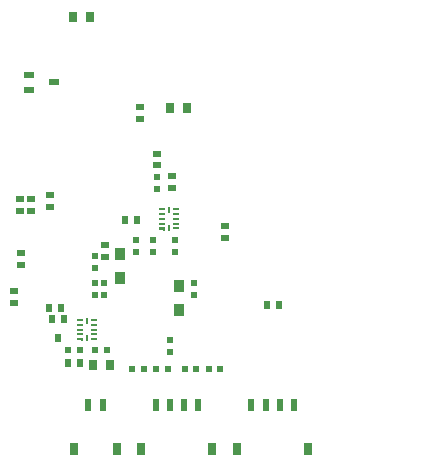
<source format=gbp>
%FSLAX25Y25*%
%MOIN*%
G70*
G01*
G75*
G04 Layer_Color=128*
%ADD10C,0.00787*%
%ADD11C,0.00591*%
%ADD12C,0.02362*%
%ADD13C,0.01575*%
%ADD14C,0.01181*%
%ADD15C,0.01000*%
%ADD16C,0.00984*%
%ADD17C,0.01969*%
%ADD18C,0.02756*%
%ADD19R,0.02165X0.03347*%
%ADD20R,0.01969X0.01969*%
%ADD21R,0.14961X0.03150*%
%ADD22R,0.03150X0.14961*%
%ADD23R,0.02362X0.02362*%
%ADD24C,0.03937*%
%ADD25R,0.02559X0.02362*%
%ADD26R,0.02362X0.02559*%
%ADD27R,0.03937X0.03150*%
%ADD28R,0.01969X0.02598*%
%ADD29R,0.02598X0.01969*%
%ADD30R,0.01181X0.05709*%
%ADD31R,0.05709X0.01181*%
%ADD32R,0.17520X0.17520*%
%ADD33R,0.03150X0.03543*%
%ADD34R,0.02362X0.02362*%
%ADD35R,0.02756X0.02362*%
%ADD36R,0.04331X0.01142*%
%ADD37R,0.06221X0.09252*%
%ADD38R,0.09449X0.07480*%
%ADD39R,0.07480X0.04331*%
%ADD40R,0.03937X0.03543*%
%ADD41R,0.04528X0.05709*%
%ADD42R,0.05709X0.04528*%
%ADD43R,0.03740X0.09055*%
%ADD44R,0.11811X0.05118*%
%ADD45R,0.02362X0.06102*%
%ADD46R,0.01142X0.05906*%
%ADD47R,0.05906X0.01142*%
%ADD48R,0.04724X0.05709*%
%ADD49R,0.02362X0.02756*%
%ADD50R,0.01142X0.04528*%
%ADD51R,0.04528X0.01142*%
%ADD52R,0.09843X0.09843*%
%ADD53C,0.01260*%
%ADD54R,0.04134X0.05118*%
%ADD55P,0.03341X4X180.0*%
%ADD56R,0.03150X0.03937*%
%ADD57R,0.05512X0.03937*%
%ADD58R,0.18898X0.03937*%
%ADD59R,0.01102X0.03150*%
%ADD60R,0.03150X0.01102*%
%ADD61C,0.00500*%
%ADD62C,0.01142*%
%ADD63C,0.03937*%
%ADD64R,0.12992X0.03937*%
%ADD65R,0.03937X0.12992*%
%ADD66R,0.08000X0.06900*%
%ADD67R,0.05100X0.04800*%
%ADD68R,0.05300X0.03600*%
%ADD69R,0.01800X0.02100*%
%ADD70R,0.11800X0.04200*%
%ADD71R,0.02200X0.11317*%
%ADD72R,0.06600X0.08100*%
%ADD73R,0.01900X0.04300*%
%ADD74R,0.04600X0.05600*%
%ADD75R,0.08200X0.06284*%
%ADD76R,0.05900X0.05500*%
%ADD77R,0.04961X0.03937*%
%ADD78R,0.15272X0.03937*%
%ADD79R,0.03937X0.07874*%
%ADD80R,0.09803X0.03937*%
%ADD81C,0.05906*%
%ADD82R,0.05906X0.05906*%
%ADD83C,0.01575*%
%ADD84C,0.03150*%
%ADD85R,0.55906X1.57480*%
%ADD86C,0.03150*%
%ADD87C,0.15748*%
G04:AMPARAMS|DCode=88|XSize=55.433mil|YSize=55.433mil|CornerRadius=0mil|HoleSize=0mil|Usage=FLASHONLY|Rotation=0.000|XOffset=0mil|YOffset=0mil|HoleType=Round|Shape=Relief|Width=5mil|Gap=5mil|Entries=4|*
%AMTHD88*
7,0,0,0.05543,0.04543,0.00500,45*
%
%ADD88THD88*%
%ADD89C,0.04724*%
G04:AMPARAMS|DCode=90|XSize=39.685mil|YSize=39.685mil|CornerRadius=0mil|HoleSize=0mil|Usage=FLASHONLY|Rotation=0.000|XOffset=0mil|YOffset=0mil|HoleType=Round|Shape=Relief|Width=5mil|Gap=5mil|Entries=4|*
%AMTHD90*
7,0,0,0.03969,0.02969,0.00500,45*
%
%ADD90THD90*%
G04:AMPARAMS|DCode=91|XSize=27.874mil|YSize=27.874mil|CornerRadius=0mil|HoleSize=0mil|Usage=FLASHONLY|Rotation=0.000|XOffset=0mil|YOffset=0mil|HoleType=Round|Shape=Relief|Width=5mil|Gap=5mil|Entries=4|*
%AMTHD91*
7,0,0,0.02787,0.01787,0.00500,45*
%
%ADD91THD91*%
%ADD92C,0.01969*%
%ADD93C,0.03937*%
%ADD94C,0.00800*%
%ADD95R,0.02362X0.00787*%
%ADD96R,0.00787X0.02362*%
%ADD97R,0.03347X0.02165*%
%ADD98R,0.02362X0.03937*%
%ADD99R,0.03740X0.03937*%
%ADD100R,0.02500X0.08400*%
%ADD101R,0.03000X0.02500*%
%ADD102R,0.01800X0.07300*%
%ADD103R,0.02300X0.10700*%
%ADD104R,0.02400X0.01800*%
%ADD105C,0.02000*%
%ADD106C,0.02500*%
%ADD107C,0.00600*%
%ADD108R,0.02600X0.02500*%
%ADD109R,0.00866X0.00866*%
%ADD110R,0.06299X0.02756*%
%ADD111R,0.02362X0.00984*%
%ADD112C,0.00000*%
%ADD113R,0.02565X0.03747*%
%ADD114R,0.02369X0.02369*%
%ADD115R,0.15361X0.03550*%
%ADD116R,0.03550X0.15361*%
%ADD117R,0.02762X0.02762*%
%ADD118C,0.07874*%
%ADD119R,0.02959X0.02762*%
%ADD120R,0.02762X0.02959*%
%ADD121R,0.04337X0.03550*%
%ADD122R,0.02369X0.02998*%
%ADD123R,0.02998X0.02369*%
%ADD124R,0.01581X0.06109*%
%ADD125R,0.06109X0.01581*%
%ADD126R,0.17920X0.17920*%
%ADD127R,0.03550X0.03943*%
%ADD128R,0.02762X0.02762*%
%ADD129R,0.03156X0.02762*%
%ADD130R,0.04731X0.01542*%
%ADD131R,0.06621X0.09652*%
%ADD132R,0.09849X0.07880*%
%ADD133R,0.07880X0.04731*%
%ADD134R,0.04337X0.03943*%
%ADD135R,0.04928X0.06109*%
%ADD136R,0.06109X0.04928*%
%ADD137R,0.04140X0.09455*%
%ADD138R,0.12211X0.05518*%
%ADD139R,0.02762X0.06502*%
%ADD140R,0.01542X0.06306*%
%ADD141R,0.06306X0.01542*%
%ADD142R,0.05124X0.06109*%
%ADD143R,0.02762X0.03156*%
%ADD144R,0.01542X0.04928*%
%ADD145R,0.04928X0.01542*%
%ADD146R,0.10243X0.10243*%
%ADD147C,0.00866*%
%ADD148R,0.04534X0.05518*%
%ADD149P,0.03906X4X180.0*%
%ADD150R,0.03550X0.04337*%
%ADD151R,0.05912X0.04337*%
%ADD152R,0.19298X0.04337*%
%ADD153R,0.01502X0.03550*%
%ADD154R,0.03550X0.01502*%
%ADD155R,0.13392X0.04337*%
%ADD156R,0.04337X0.13392*%
%ADD157C,0.04337*%
%ADD158C,0.00400*%
%ADD159C,0.06306*%
%ADD160R,0.06306X0.06306*%
%ADD161C,0.01024*%
%ADD162R,0.02762X0.01187*%
%ADD163R,0.01187X0.02762*%
%ADD164R,0.03747X0.02565*%
%ADD165R,0.02762X0.04337*%
%ADD166R,0.04140X0.04337*%
%ADD167R,0.00787X0.01969*%
%ADD168R,0.01969X0.00787*%
G36*
X-78491Y-40124D02*
X-79081D01*
Y-39731D01*
X-80459D01*
Y-38943D01*
X-78491D01*
Y-40124D01*
D02*
G37*
G36*
X-51291Y-3224D02*
X-51881D01*
Y-2831D01*
X-53259D01*
Y-2043D01*
X-51291D01*
Y-3224D01*
D02*
G37*
D23*
X-79644Y-42987D02*
D03*
X-83581D02*
D03*
X-74581Y-43087D02*
D03*
X-70644D02*
D03*
X-36681Y-49187D02*
D03*
X-32744D02*
D03*
X-40744D02*
D03*
X-44681D02*
D03*
X-58144D02*
D03*
X-62081D02*
D03*
X-54181D02*
D03*
X-50244D02*
D03*
D25*
X-89613Y8781D02*
D03*
Y4844D02*
D03*
X-95813Y7381D02*
D03*
Y3444D02*
D03*
X-99613Y7381D02*
D03*
Y3444D02*
D03*
X-99313Y-10619D02*
D03*
Y-14556D02*
D03*
X-31251Y-5740D02*
D03*
Y-1803D02*
D03*
X-59513Y37881D02*
D03*
Y33944D02*
D03*
X-53956Y22465D02*
D03*
Y18528D02*
D03*
X-48913Y10944D02*
D03*
Y14881D02*
D03*
D26*
X-89981Y-28887D02*
D03*
X-86044D02*
D03*
X-83581Y-47487D02*
D03*
X-79644D02*
D03*
X-60644Y213D02*
D03*
X-64581D02*
D03*
D28*
X-88881Y-32738D02*
D03*
X-84944D02*
D03*
X-86913Y-39037D02*
D03*
D33*
X-75169Y-47987D02*
D03*
X-69657D02*
D03*
X-43957Y37513D02*
D03*
X-49468D02*
D03*
X-76357Y68028D02*
D03*
X-81868D02*
D03*
D34*
X-55113Y-6319D02*
D03*
Y-10256D02*
D03*
X-48013Y-6319D02*
D03*
Y-10256D02*
D03*
X-49713Y-43756D02*
D03*
Y-39819D02*
D03*
X-60813Y-6319D02*
D03*
Y-10256D02*
D03*
X-41613Y-20719D02*
D03*
Y-24656D02*
D03*
X-71413Y-20719D02*
D03*
Y-24656D02*
D03*
X-74713Y-20719D02*
D03*
Y-24656D02*
D03*
Y-11819D02*
D03*
Y-15756D02*
D03*
X-53956Y14565D02*
D03*
Y10628D02*
D03*
D35*
X-101413Y-23319D02*
D03*
Y-27256D02*
D03*
X-71113Y-11856D02*
D03*
Y-7919D02*
D03*
D49*
X-13344Y-27987D02*
D03*
X-17281D02*
D03*
D56*
X-35433Y-75984D02*
D03*
X-59055D02*
D03*
X-3543D02*
D03*
X-27165D02*
D03*
X-67323D02*
D03*
X-81496D02*
D03*
D97*
X-88279Y46213D02*
D03*
X-96547Y48772D02*
D03*
Y43654D02*
D03*
D98*
X-54331Y-61221D02*
D03*
X-49606D02*
D03*
X-44882D02*
D03*
X-40157D02*
D03*
X-22441D02*
D03*
X-17717D02*
D03*
X-12992D02*
D03*
X-8268D02*
D03*
X-76772D02*
D03*
X-72047D02*
D03*
D99*
X-66213Y-18924D02*
D03*
Y-11050D02*
D03*
X-46513Y-21650D02*
D03*
Y-29524D02*
D03*
D112*
X34252Y70079D02*
D03*
Y-71653D02*
D03*
X28346Y1181D02*
D03*
D167*
X-49913Y3665D02*
D03*
Y-2240D02*
D03*
X-77113Y-33235D02*
D03*
Y-39140D02*
D03*
D168*
X-47551Y-2437D02*
D03*
Y-862D02*
D03*
Y713D02*
D03*
Y2287D02*
D03*
Y3862D02*
D03*
X-52275Y-862D02*
D03*
Y713D02*
D03*
Y2287D02*
D03*
Y3862D02*
D03*
X-74751Y-39337D02*
D03*
Y-37762D02*
D03*
Y-36187D02*
D03*
Y-34613D02*
D03*
Y-33038D02*
D03*
X-79475Y-37762D02*
D03*
Y-36187D02*
D03*
Y-34613D02*
D03*
Y-33038D02*
D03*
M02*

</source>
